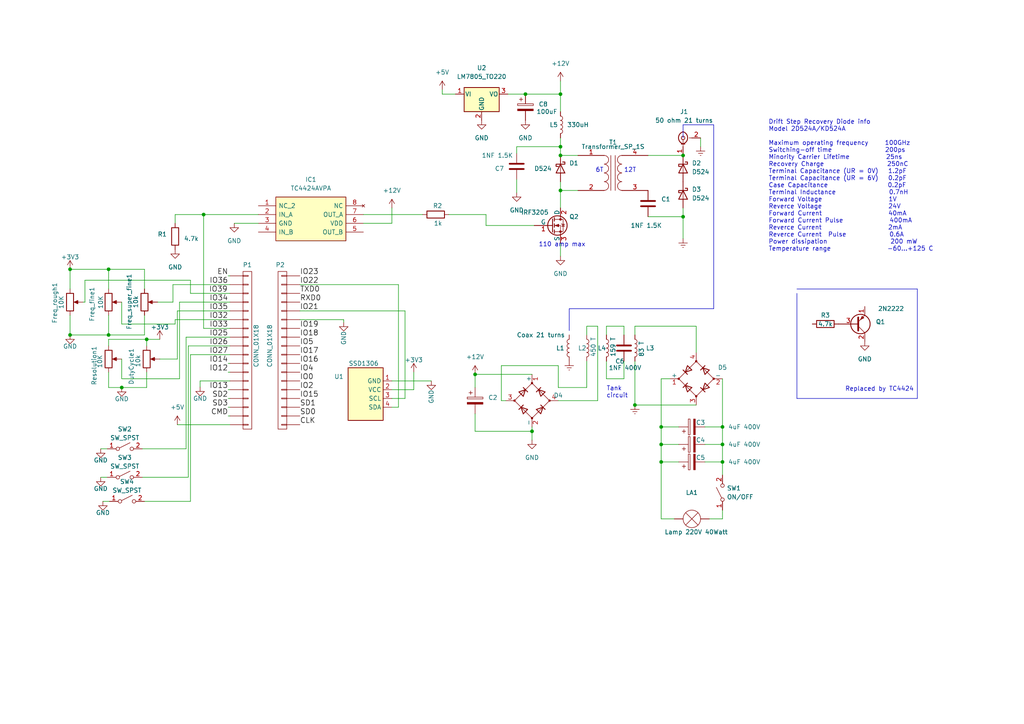
<source format=kicad_sch>
(kicad_sch (version 20220126) (generator eeschema)
  (paper "A4")
  (title_block (title "ZPE Atom controller") (date "2022-02-03") (rev "V0.9"))
  (lib_symbols
    (symbol "CONN_01X19_1" (pin_numbers hide) (pin_names (offset 1.016) hide)
      (property "Reference" "P1" (at 0 25.4 0))
      (property "Value" "CONN_01X19_1" (at 2.54 0 90))
      (symbol "CONN_01X19_1_0_1"
        (rectangle (start -1.27 -22.733) (end 0.254 -22.987))
        (rectangle (start -1.27 -20.193) (end 0.254 -20.447))
        (rectangle (start -1.27 -17.653) (end 0.254 -17.907))
        (rectangle (start -1.27 -15.113) (end 0.254 -15.367))
        (rectangle (start -1.27 -12.573) (end 0.254 -12.827))
        (rectangle (start -1.27 -10.033) (end 0.254 -10.287))
        (rectangle (start -1.27 -7.493) (end 0.254 -7.747))
        (rectangle (start -1.27 -4.953) (end 0.254 -5.207))
        (rectangle (start -1.27 -2.413) (end 0.254 -2.667))
        (rectangle (start -1.27 0.127) (end 0.254 -0.127))
        (rectangle (start -1.27 2.667) (end 0.254 2.413))
        (rectangle (start -1.27 5.207) (end 0.254 4.953))
        (rectangle (start -1.27 7.747) (end 0.254 7.493))
        (rectangle (start -1.27 10.287) (end 0.254 10.033))
        (rectangle (start -1.27 12.827) (end 0.254 12.573))
        (rectangle (start -1.27 15.367) (end 0.254 15.113))
        (rectangle (start -1.27 17.907) (end 0.254 17.653))
        (rectangle (start -1.27 20.447) (end 0.254 20.193))
        (rectangle (start -1.27 21.59) (end 1.27 -24.13))
      )
      (symbol "CONN_01X19_1_1_1"
        (pin passive line (at -5.08 0 0) (length 3.81) (name "P10") (number "10"))
        (pin passive line (at -5.08 -2.54 0) (length 3.81) (name "P11") (number "11"))
        (pin passive line (at -5.08 -5.08 0) (length 3.81) (name "P12") (number "12"))
        (pin passive line (at -5.08 -7.62 0) (length 3.81) (name "P13") (number "13"))
        (pin passive line (at -5.08 -10.16 0) (length 3.81) (name "P14") (number "14"))
        (pin passive line (at -5.08 -12.7 0) (length 3.81) (name "P15") (number "15"))
        (pin passive line (at -5.08 -15.24 0) (length 3.81) (name "P16") (number "16"))
        (pin passive line (at -5.08 -17.78 0) (length 3.81) (name "P17") (number "17"))
        (pin passive line (at -5.08 -20.32 0) (length 3.81) (name "P18") (number "18"))
        (pin passive line (at -5.08 -22.86 0) (length 3.81) (name "P19") (number "19"))
        (pin passive line (at -5.08 20.32 0) (length 3.81) (name "P2") (number "2"))
        (pin passive line (at -5.08 17.78 0) (length 3.81) (name "P3") (number "3"))
        (pin passive line (at -5.08 15.24 0) (length 3.81) (name "P4") (number "4"))
        (pin passive line (at -5.08 12.7 0) (length 3.81) (name "P5") (number "5"))
        (pin passive line (at -5.08 10.16 0) (length 3.81) (name "P6") (number "6"))
        (pin passive line (at -5.08 7.62 0) (length 3.81) (name "P7") (number "7"))
        (pin passive line (at -5.08 5.08 0) (length 3.81) (name "P8") (number "8"))
        (pin passive line (at -5.08 2.54 0) (length 3.81) (name "P9") (number "9"))
      )
    )
    (symbol "Connector:Conn_Coaxial" (pin_names (offset 1.016) hide)
      (property "Reference" "J" (at 0.254 3.048 0))
      (property "Value" "Conn_Coaxial" (at 2.921 0 90))
      (symbol "Conn_Coaxial_0_1"
        (arc (start -1.778 0.508) (mid -0.2906 -1.7799) (end 1.778 0) (stroke (width 0.254)))
        (polyline (pts (xy -2.54 0) (xy -0.508 0)))
        (polyline (pts (xy 0 -2.54) (xy 0 -1.778)))
        (circle (center 0 0) (radius 0.508) (stroke (width 0.2032)))
        (arc (start 1.778 0) (mid -0.2906 1.7802) (end -1.778 -0.508) (stroke (width 0.254)))
      )
      (symbol "Conn_Coaxial_1_1"
        (pin passive line (at -5.08 0 0) (length 2.54) (name "In") (number "1"))
        (pin passive line (at 0 -5.08 90) (length 2.54) (name "Ext") (number "2"))
      )
    )
    (symbol "Device:C" (pin_numbers hide) (pin_names (offset 0.254))
      (property "Reference" "C" (at 0.635 2.54 0))
      (property "Value" "C" (at 0.635 -2.54 0))
      (symbol "C_0_1"
        (polyline (pts (xy -2.032 -0.762) (xy 2.032 -0.762)) (stroke (width 0.508)))
        (polyline (pts (xy -2.032 0.762) (xy 2.032 0.762)) (stroke (width 0.508)))
      )
      (symbol "C_1_1"
        (pin passive line (at 0 3.81 270) (length 2.794) (name "~") (number "1"))
        (pin passive line (at 0 -3.81 90) (length 2.794) (name "~") (number "2"))
      )
    )
    (symbol "Device:C_Polarized" (pin_numbers hide) (pin_names (offset 0.254))
      (property "Reference" "C" (at 0.635 2.54 0))
      (property "Value" "C_Polarized" (at 0.635 -2.54 0))
      (symbol "C_Polarized_0_1"
        (rectangle (start -2.286 0.508) (end 2.286 1.016))
        (polyline (pts (xy -1.778 2.286) (xy -0.762 2.286)))
        (polyline (pts (xy -1.27 2.794) (xy -1.27 1.778)))
        (rectangle (start 2.286 -0.508) (end -2.286 -1.016) (fill (type outline)))
      )
      (symbol "C_Polarized_1_1"
        (pin passive line (at 0 3.81 270) (length 2.794) (name "~") (number "1"))
        (pin passive line (at 0 -3.81 90) (length 2.794) (name "~") (number "2"))
      )
    )
    (symbol "Device:D_Bridge_+-AA" (pin_names (offset 0))
      (property "Reference" "D" (at 2.54 6.985 0))
      (property "Value" "D_Bridge_+-AA" (at 2.54 5.08 0))
      (symbol "D_Bridge_+-AA_0_1"
        (circle (center -5.08 0) (radius 0.254) (fill (type outline)))
        (circle (center 0 -5.08) (radius 0.254) (fill (type outline)))
        (polyline (pts (xy -2.54 3.81) (xy -1.27 2.54)) (stroke (width 0.254)))
        (polyline (pts (xy -1.27 -2.54) (xy -2.54 -3.81)) (stroke (width 0.254)))
        (polyline (pts (xy 2.54 -1.27) (xy 3.81 -2.54)) (stroke (width 0.254)))
        (polyline (pts (xy 2.54 1.27) (xy 3.81 2.54)) (stroke (width 0.254)))
        (polyline (pts (xy -3.81 2.54) (xy -2.54 1.27) (xy -1.905 3.175) (xy -3.81 2.54)) (stroke (width 0.254)))
        (polyline (pts (xy -2.54 -1.27) (xy -3.81 -2.54) (xy -1.905 -3.175) (xy -2.54 -1.27)) (stroke (width 0.254)))
        (polyline (pts (xy 1.27 2.54) (xy 2.54 3.81) (xy 3.175 1.905) (xy 1.27 2.54)) (stroke (width 0.254)))
        (polyline (pts (xy 3.175 -1.905) (xy 1.27 -2.54) (xy 2.54 -3.81) (xy 3.175 -1.905)) (stroke (width 0.254)))
        (polyline (pts (xy -5.08 0) (xy 0 -5.08) (xy 5.08 0) (xy 0 5.08) (xy -5.08 0)))
        (circle (center 0 5.08) (radius 0.254) (fill (type outline)))
        (circle (center 5.08 0) (radius 0.254) (fill (type outline)))
      )
      (symbol "D_Bridge_+-AA_1_1"
        (pin passive line (at 7.62 0 180) (length 2.54) (name "+") (number "1"))
        (pin passive line (at -7.62 0 0) (length 2.54) (name "-") (number "2"))
        (pin passive line (at 0 7.62 270) (length 2.54) (name "~") (number "3"))
        (pin passive line (at 0 -7.62 90) (length 2.54) (name "~") (number "4"))
      )
    )
    (symbol "Device:L" (pin_numbers hide) (pin_names (offset 1.016) hide)
      (property "Reference" "L" (at -1.27 0 90))
      (property "Value" "L" (at 1.905 0 90))
      (symbol "L_0_1"
        (arc (start 0 -1.27) (mid -0.6322 -1.905) (end 0 -2.54))
        (arc (start 0 0) (mid -0.6322 -0.635) (end 0 -1.27))
        (arc (start 0 1.27) (mid -0.6322 0.635) (end 0 0))
        (arc (start 0 2.54) (mid -0.6322 1.905) (end 0 1.27))
      )
      (symbol "L_1_1"
        (pin passive line (at 0 3.81 270) (length 1.27) (name "1") (number "1"))
        (pin passive line (at 0 -3.81 90) (length 1.27) (name "2") (number "2"))
      )
    )
    (symbol "Device:Lamp" (pin_numbers hide) (pin_names (offset 0.0254) hide)
      (property "Reference" "LA" (at 0.635 3.81 0))
      (property "Value" "Lamp" (at 0.635 -3.81 0))
      (symbol "Lamp_0_1"
        (polyline (pts (xy -1.778 1.778) (xy 1.778 -1.778)))
        (polyline (pts (xy 1.778 1.778) (xy -1.778 -1.778)))
        (circle (center 0 0) (radius 2.54))
      )
      (symbol "Lamp_1_1"
        (pin passive line (at 0 -5.08 90) (length 2.54) (name "-") (number "1"))
        (pin passive line (at 0 5.08 270) (length 2.54) (name "+") (number "2"))
      )
    )
    (symbol "Device:Q_PNP_ECB" (pin_names (offset 0) hide)
      (property "Reference" "Q" (at 5.08 1.27 0))
      (property "Value" "Q_PNP_ECB" (at 5.08 -1.27 0))
      (symbol "Q_PNP_ECB_0_1"
        (polyline (pts (xy 0.635 0.635) (xy 2.54 2.54)))
        (polyline (pts (xy 0.635 -0.635) (xy 2.54 -2.54) (xy 2.54 -2.54)))
        (polyline (pts (xy 0.635 1.905) (xy 0.635 -1.905) (xy 0.635 -1.905)) (stroke (width 0.508)))
        (polyline (pts (xy 2.286 -1.778) (xy 1.778 -2.286) (xy 1.27 -1.27) (xy 2.286 -1.778) (xy 2.286 -1.778)) (fill (type outline)))
        (circle (center 1.27 0) (radius 2.8194) (stroke (width 0.254)))
      )
      (symbol "Q_PNP_ECB_1_1"
        (pin passive line (at 2.54 -5.08 90) (length 2.54) (name "E") (number "1"))
        (pin passive line (at 2.54 5.08 270) (length 2.54) (name "C") (number "2"))
        (pin input line (at -5.08 0 0) (length 5.715) (name "B") (number "3"))
      )
    )
    (symbol "Device:R" (pin_numbers hide) (pin_names (offset 0))
      (property "Reference" "R" (at 2.032 0 90))
      (property "Value" "R" (at 0 0 90))
      (symbol "R_0_1"
        (rectangle (start -1.016 -2.54) (end 1.016 2.54) (stroke (width 0.254)))
      )
      (symbol "R_1_1"
        (pin passive line (at 0 3.81 270) (length 1.27) (name "~") (number "1"))
        (pin passive line (at 0 -3.81 90) (length 1.27) (name "~") (number "2"))
      )
    )
    (symbol "Device:R_Potentiometer" (pin_numbers hide) (pin_names (offset 1.016) hide)
      (property "Reference" "RV" (at -4.445 0 90))
      (property "Value" "R_Potentiometer" (at -2.54 0 90))
      (symbol "R_Potentiometer_0_1"
        (polyline (pts (xy 2.54 0) (xy 1.524 0)))
        (polyline (pts (xy 1.143 0) (xy 2.286 0.508) (xy 2.286 -0.508) (xy 1.143 0)) (fill (type outline)))
        (rectangle (start 1.016 2.54) (end -1.016 -2.54) (stroke (width 0.254)))
      )
      (symbol "R_Potentiometer_1_1"
        (pin passive line (at 0 3.81 270) (length 1.27) (name "1") (number "1"))
        (pin passive line (at 3.81 0 180) (length 1.27) (name "2") (number "2"))
        (pin passive line (at 0 -3.81 90) (length 1.27) (name "3") (number "3"))
      )
    )
    (symbol "Device:Transformer_1P_1S" (pin_names (offset 1.016) hide)
      (property "Reference" "T" (at 0 6.35 0))
      (property "Value" "Transformer_1P_1S" (at 0 -7.62 0))
      (symbol "Transformer_1P_1S_0_1"
        (arc (start -2.54 -5.0546) (mid -1.6561 -4.6863) (end -1.27 -3.81))
        (arc (start -2.54 -2.5146) (mid -1.6561 -2.1463) (end -1.27 -1.27))
        (arc (start -2.54 0.0254) (mid -1.6561 0.3937) (end -1.27 1.27))
        (arc (start -2.54 2.5654) (mid -1.6561 2.9337) (end -1.27 3.81))
        (arc (start -1.27 -3.81) (mid -1.642 -2.912) (end -2.54 -2.54))
        (arc (start -1.27 -1.27) (mid -1.642 -0.372) (end -2.54 0))
        (arc (start -1.27 1.27) (mid -1.642 2.168) (end -2.54 2.54))
        (arc (start -1.27 3.81) (mid -1.642 4.708) (end -2.54 5.08))
        (polyline (pts (xy -0.635 5.08) (xy -0.635 -5.08)))
        (polyline (pts (xy 0.635 -5.08) (xy 0.635 5.08)))
        (arc (start 1.2954 -1.27) (mid 1.6599 -2.1501) (end 2.54 -2.5146))
        (arc (start 1.2954 1.27) (mid 1.6599 0.3899) (end 2.54 0.0254))
        (arc (start 1.2954 3.81) (mid 1.6599 2.9299) (end 2.54 2.5654))
        (arc (start 1.3208 -3.81) (mid 1.6853 -4.6901) (end 2.5654 -5.0546))
        (arc (start 2.54 0) (mid 1.6456 -0.3683) (end 1.2954 -1.27))
        (arc (start 2.54 2.54) (mid 1.6456 2.1717) (end 1.2954 1.27))
        (arc (start 2.54 5.08) (mid 1.6456 4.7117) (end 1.2954 3.81))
        (arc (start 2.5654 -2.54) (mid 1.671 -2.9083) (end 1.3208 -3.81))
      )
      (symbol "Transformer_1P_1S_1_1"
        (pin passive line (at -10.16 5.08 0) (length 7.62) (name "AA") (number "1"))
        (pin passive line (at -10.16 -5.08 0) (length 7.62) (name "AB") (number "2"))
        (pin passive line (at 10.16 -5.08 180) (length 7.62) (name "SA") (number "3"))
        (pin passive line (at 10.16 5.08 180) (length 7.62) (name "SB") (number "4"))
      )
    )
    (symbol "Diode:1N5711UR" (pin_numbers hide) (pin_names (offset 1.016) hide)
      (property "Reference" "D" (at 0 2.54 0))
      (property "Value" "1N5711UR" (at 0 -2.54 0))
      (symbol "1N5711UR_0_1"
        (polyline (pts (xy 1.27 0) (xy -1.27 0)))
        (polyline (pts (xy 1.27 1.27) (xy 1.27 -1.27) (xy -1.27 0) (xy 1.27 1.27)) (stroke (width 0.254)))
        (polyline (pts (xy -1.905 0.635) (xy -1.905 1.27) (xy -1.27 1.27) (xy -1.27 -1.27) (xy -0.635 -1.27) (xy -0.635 -0.635)) (stroke (width 0.254)))
      )
      (symbol "1N5711UR_1_1"
        (pin passive line (at -3.81 0 0) (length 2.54) (name "K") (number "1"))
        (pin passive line (at 3.81 0 180) (length 2.54) (name "A") (number "2"))
      )
    )
    (symbol "Hornbill-Devboard-rescue:+3.3V" (power) (pin_names (offset 0))
      (property "Value" "+3.3V" (at 0 3.556 0))
      (symbol "+3.3V_0_1"
        (polyline (pts (xy -0.762 1.27) (xy 0 2.54)))
        (polyline (pts (xy 0 0) (xy 0 2.54)))
        (polyline (pts (xy 0 2.54) (xy 0.762 1.27)))
      )
      (symbol "+3.3V_1_1"
        (pin power_in line (at 0 0 90) (length 0) hide (name "+3V3") (number "1"))
      )
    )
    (symbol "Hornbill-Devboard-rescue:CONN_01X19" (pin_numbers hide) (pin_names (offset 1.016) hide)
      (property "Reference" "P2" (at 0 24.13 0))
      (property "Value" "CONN_01X19" (at -2.54 0 90))
      (symbol "CONN_01X19_0_1"
        (rectangle (start -1.27 -22.733) (end 0.254 -22.987))
        (rectangle (start -1.27 -20.193) (end 0.254 -20.447))
        (rectangle (start -1.27 -17.653) (end 0.254 -17.907))
        (rectangle (start -1.27 -15.113) (end 0.254 -15.367))
        (rectangle (start -1.27 -12.573) (end 0.254 -12.827))
        (rectangle (start -1.27 -10.033) (end 0.254 -10.287))
        (rectangle (start -1.27 -7.493) (end 0.254 -7.747))
        (rectangle (start -1.27 -4.953) (end 0.254 -5.207))
        (rectangle (start -1.27 -2.413) (end 0.254 -2.667))
        (rectangle (start -1.27 0.127) (end 0.254 -0.127))
        (rectangle (start -1.27 2.667) (end 0.254 2.413))
        (rectangle (start -1.27 5.207) (end 0.254 4.953))
        (rectangle (start -1.27 7.747) (end 0.254 7.493))
        (rectangle (start -1.27 10.287) (end 0.254 10.033))
        (rectangle (start -1.27 12.827) (end 0.254 12.573))
        (rectangle (start -1.27 15.367) (end 0.254 15.113))
        (rectangle (start -1.27 17.907) (end 0.254 17.653))
        (rectangle (start -1.27 20.447) (end 0.254 20.193))
        (rectangle (start -1.27 21.59) (end 1.27 -24.13))
      )
      (symbol "CONN_01X19_1_1"
        (pin passive line (at -5.08 0 0) (length 3.81) (name "P10") (number "10"))
        (pin passive line (at -5.08 -2.54 0) (length 3.81) (name "P11") (number "11"))
        (pin passive line (at -5.08 -5.08 0) (length 3.81) (name "P12") (number "12"))
        (pin passive line (at -5.08 -7.62 0) (length 3.81) (name "P13") (number "13"))
        (pin passive line (at -5.08 -10.16 0) (length 3.81) (name "P14") (number "14"))
        (pin passive line (at -5.08 -12.7 0) (length 3.81) (name "P15") (number "15"))
        (pin passive line (at -5.08 -15.24 0) (length 3.81) (name "P16") (number "16"))
        (pin passive line (at -5.08 -17.78 0) (length 3.81) (name "P17") (number "17"))
        (pin passive line (at -5.08 -20.32 0) (length 3.81) (name "P18") (number "18"))
        (pin passive line (at -5.08 -22.86 0) (length 3.81) (name "P19") (number "19"))
        (pin passive line (at -5.08 20.32 0) (length 3.81) (name "P2") (number "2"))
        (pin passive line (at -5.08 17.78 0) (length 3.81) (name "P3") (number "3"))
        (pin passive line (at -5.08 15.24 0) (length 3.81) (name "P4") (number "4"))
        (pin passive line (at -5.08 12.7 0) (length 3.81) (name "P5") (number "5"))
        (pin passive line (at -5.08 10.16 0) (length 3.81) (name "P6") (number "6"))
        (pin passive line (at -5.08 7.62 0) (length 3.81) (name "P7") (number "7"))
        (pin passive line (at -5.08 5.08 0) (length 3.81) (name "P8") (number "8"))
        (pin passive line (at -5.08 2.54 0) (length 3.81) (name "P9") (number "9"))
      )
    )
    (symbol "Hornbill-Devboard-rescue:GND" (power) (pin_names (offset 0))
      (property "Value" "GND" (at 0 -3.81 0))
      (symbol "GND_0_1"
        (polyline (pts (xy 0 0) (xy 0 -1.27) (xy 1.27 -1.27) (xy 0 -2.54) (xy -1.27 -1.27) (xy 0 -1.27)))
      )
      (symbol "GND_1_1"
        (pin power_in line (at 0 0 270) (length 0) hide (name "GND") (number "1"))
      )
    )
    (symbol "L_1" (pin_numbers hide) (pin_names (offset 1.016) hide)
      (property "Reference" "L" (at -1.27 0 90))
      (property "Value" "L_1" (at 1.905 0 90))
      (symbol "L_1_0_1"
        (arc (start 0 -2.54) (mid 0.6322 -1.905) (end 0 -1.27))
        (arc (start 0 -1.27) (mid 0.6322 -0.635) (end 0 0))
        (arc (start 0 0) (mid 0.6322 0.635) (end 0 1.27))
        (arc (start 0 1.27) (mid 0.6322 1.905) (end 0 2.54))
      )
      (symbol "L_1_1_1"
        (pin passive line (at 0 3.81 270) (length 1.27) (name "1") (number "1"))
        (pin passive line (at 0 -3.81 90) (length 1.27) (name "2") (number "2"))
      )
    )
    (symbol "Memory_EEPROM:24AA02-OT"
      (property "Reference" "U?" (at -6.35 5.08 0))
      (property "Value" "SSD1306" (at 3.81 8.89 0))
      (symbol "24AA02-OT_1_1"
        (rectangle (start -5.08 -7.62) (end 5.08 7.62) (stroke (width 0.254)) (fill (type background)))
        (pin power_in line (at 7.62 3.81 180) (length 2.54) (name "GND") (number "1"))
        (pin power_in line (at 7.62 1.27 180) (length 2.54) (name "VCC") (number "2"))
        (pin input line (at 7.62 -1.27 180) (length 2.54) (name "SCL") (number "3"))
        (pin bidirectional line (at 7.62 -3.81 180) (length 2.54) (name "SDA") (number "4"))
        (pin no_connect line (at 7.62 -2.54 180) (length 2.54) hide (name "NC") (number "5"))
      )
    )
    (symbol "R_Potentiometer_1" (pin_numbers hide) (pin_names (offset 1.016) hide)
      (property "Reference" "RV" (at -4.445 0 90))
      (property "Value" "R_Potentiometer_1" (at -2.54 0 90))
      (symbol "R_Potentiometer_1_0_1"
        (polyline (pts (xy 2.54 0) (xy 1.524 0)))
        (polyline (pts (xy 1.143 0) (xy 2.286 0.508) (xy 2.286 -0.508) (xy 1.143 0)) (fill (type outline)))
        (rectangle (start 1.016 2.54) (end -1.016 -2.54) (stroke (width 0.254)))
      )
      (symbol "R_Potentiometer_1_1_1"
        (pin passive line (at 0 3.81 270) (length 1.27) (name "1") (number "1"))
        (pin passive line (at 3.81 0 180) (length 1.27) (name "2") (number "2"))
        (pin passive line (at 0 -3.81 90) (length 1.27) (name "3") (number "3"))
      )
    )
    (symbol "R_Potentiometer_2" (pin_numbers hide) (pin_names (offset 1.016) hide)
      (property "Reference" "RV" (at -4.445 0 90))
      (property "Value" "R_Potentiometer_2" (at -2.54 0 90))
      (symbol "R_Potentiometer_2_0_1"
        (polyline (pts (xy 2.54 0) (xy 1.524 0)))
        (polyline (pts (xy 1.143 0) (xy 2.286 0.508) (xy 2.286 -0.508) (xy 1.143 0)) (fill (type outline)))
        (rectangle (start 1.016 2.54) (end -1.016 -2.54) (stroke (width 0.254)))
      )
      (symbol "R_Potentiometer_2_1_1"
        (pin passive line (at 0 3.81 270) (length 1.27) (name "1") (number "1"))
        (pin passive line (at 3.81 0 180) (length 1.27) (name "2") (number "2"))
        (pin passive line (at 0 -3.81 90) (length 1.27) (name "3") (number "3"))
      )
    )
    (symbol "R_Potentiometer_3" (pin_numbers hide) (pin_names (offset 1.016) hide)
      (property "Reference" "RV" (at -4.445 0 90))
      (property "Value" "R_Potentiometer_3" (at -2.54 0 90))
      (symbol "R_Potentiometer_3_0_1"
        (polyline (pts (xy 2.54 0) (xy 1.524 0)))
        (polyline (pts (xy 1.143 0) (xy 2.286 0.508) (xy 2.286 -0.508) (xy 1.143 0)) (fill (type outline)))
        (rectangle (start 1.016 2.54) (end -1.016 -2.54) (stroke (width 0.254)))
      )
      (symbol "R_Potentiometer_3_1_1"
        (pin passive line (at 0 3.81 270) (length 1.27) (name "1") (number "1"))
        (pin passive line (at 3.81 0 180) (length 1.27) (name "2") (number "2"))
        (pin passive line (at 0 -3.81 90) (length 1.27) (name "3") (number "3"))
      )
    )
    (symbol "R_Potentiometer_4" (pin_numbers hide) (pin_names (offset 1.016) hide)
      (property "Reference" "RV" (at -4.445 0 90))
      (property "Value" "R_Potentiometer_4" (at -2.54 0 90))
      (symbol "R_Potentiometer_4_0_1"
        (polyline (pts (xy 2.54 0) (xy 1.524 0)))
        (polyline (pts (xy 1.143 0) (xy 2.286 0.508) (xy 2.286 -0.508) (xy 1.143 0)) (fill (type outline)))
        (rectangle (start 1.016 2.54) (end -1.016 -2.54) (stroke (width 0.254)))
      )
      (symbol "R_Potentiometer_4_1_1"
        (pin passive line (at 0 3.81 270) (length 1.27) (name "1") (number "1"))
        (pin passive line (at 3.81 0 180) (length 1.27) (name "2") (number "2"))
        (pin passive line (at 0 -3.81 90) (length 1.27) (name "3") (number "3"))
      )
    )
    (symbol "Regulator_Linear:LM7805_TO220" (pin_names (offset 0.254))
      (property "Reference" "U" (at -3.81 3.175 0))
      (property "Value" "LM7805_TO220" (at 0 3.175 0))
      (symbol "LM7805_TO220_0_1"
        (rectangle (start -5.08 1.905) (end 5.08 -5.08) (stroke (width 0.254)) (fill (type background)))
      )
      (symbol "LM7805_TO220_1_1"
        (pin power_in line (at -7.62 0 0) (length 2.54) (name "VI") (number "1"))
        (pin power_in line (at 0 -7.62 90) (length 2.54) (name "GND") (number "2"))
        (pin power_out line (at 7.62 0 180) (length 2.54) (name "VO") (number "3"))
      )
    )
    (symbol "Switch:SW_SPST" (pin_names (offset 0) hide)
      (property "Reference" "SW" (at 0 3.175 0))
      (property "Value" "SW_SPST" (at 0 -2.54 0))
      (symbol "SW_SPST_0_0"
        (circle (center -2.032 0) (radius 0.508))
        (polyline (pts (xy -1.524 0.254) (xy 1.524 1.778)))
        (circle (center 2.032 0) (radius 0.508))
      )
      (symbol "SW_SPST_1_1"
        (pin passive line (at -5.08 0 0) (length 2.54) (name "A") (number "1"))
        (pin passive line (at 5.08 0 180) (length 2.54) (name "B") (number "2"))
      )
    )
    (symbol "TC4424AVPA:TC4424AVPA" (pin_names (offset 0.762))
      (property "Reference" "IC1" (at 15.24 7.62 0))
      (property "Value" "TC4424AVPA" (at 15.24 5.08 0))
      (symbol "TC4424AVPA_0_0"
        (pin passive line (at 0 0 0) (length 5.08) (name "NC_2") (number "1"))
        (pin passive line (at 0 -2.54 0) (length 5.08) (name "IN_A") (number "2"))
        (pin passive line (at 0 -5.08 0) (length 5.08) (name "GND") (number "3"))
        (pin passive line (at 0 -7.62 0) (length 5.08) (name "IN_B") (number "4"))
        (pin passive line (at 30.48 -7.62 180) (length 5.08) (name "OUT_B") (number "5"))
        (pin passive line (at 30.48 -5.08 180) (length 5.08) (name "VDD") (number "6"))
        (pin passive line (at 30.48 -2.54 180) (length 5.08) (name "OUT_A") (number "7"))
        (pin no_connect line (at 30.48 0 180) (length 5.08) (name "NC") (number "8"))
      )
      (symbol "TC4424AVPA_0_1"
        (polyline (pts (xy 5.08 2.54) (xy 25.4 2.54) (xy 25.4 -10.16) (xy 5.08 -10.16) (xy 5.08 2.54)) (stroke (width 0.1524)))
        (rectangle (start 5.08 2.54) (end 25.4 -10.16) (fill (type color) (color 255 255 194 1)))
      )
    )
    (symbol "ZPE-test-3-rescue:BUZ11-Transistor" (pin_names (offset 0))
      (property "Reference" "Q" (at 6.35 1.905 0))
      (property "Value" "BUZ11-Transistor" (at 6.35 0 0))
      (symbol "BUZ11-Transistor_0_1"
        (polyline (pts (xy 0.762 -1.778) (xy 2.54 -1.778)))
        (polyline (pts (xy 0.762 -1.27) (xy 0.762 -2.286)) (stroke (width 0.254)))
        (polyline (pts (xy 0.762 0) (xy 2.54 0)))
        (polyline (pts (xy 0.762 0.508) (xy 0.762 -0.508)) (stroke (width 0.254)))
        (polyline (pts (xy 0.762 1.778) (xy 2.54 1.778)))
        (polyline (pts (xy 0.762 2.286) (xy 0.762 1.27)) (stroke (width 0.254)))
        (polyline (pts (xy 2.54 -1.778) (xy 2.54 -2.54)))
        (polyline (pts (xy 2.54 -1.778) (xy 2.54 0)))
        (polyline (pts (xy 2.54 2.54) (xy 2.54 1.778)))
        (polyline (pts (xy 0.254 1.905) (xy 0.254 -1.905) (xy 0.254 -1.905)) (stroke (width 0.254)))
        (polyline (pts (xy 1.016 0) (xy 2.032 0.381) (xy 2.032 -0.381) (xy 1.016 0)) (fill (type outline)))
        (polyline (pts (xy 2.54 -1.778) (xy 3.302 -1.778) (xy 3.302 1.778) (xy 2.54 1.778)))
        (polyline (pts (xy 2.794 0.508) (xy 2.921 0.381) (xy 3.683 0.381) (xy 3.81 0.254)))
        (polyline (pts (xy 3.302 0.381) (xy 2.921 -0.254) (xy 3.683 -0.254) (xy 3.302 0.381)))
        (circle (center 1.651 0) (radius 2.8194) (stroke (width 0.254)))
        (circle (center 2.54 -1.778) (radius 0.2794) (fill (type outline)))
        (circle (center 2.54 1.778) (radius 0.2794) (fill (type outline)))
      )
      (symbol "BUZ11-Transistor_1_1"
        (pin input line (at -5.08 0 0) (length 5.334) (name "G") (number "1"))
        (pin passive line (at 2.54 5.08 270) (length 2.54) (name "D") (number "2"))
        (pin passive line (at 2.54 -5.08 90) (length 2.54) (name "S") (number "3"))
      )
    )
    (symbol "ZPE-test-3-small-board-only-rescue:R-device" (pin_numbers hide) (pin_names (offset 0))
      (property "Reference" "R" (at 2.032 0 90))
      (property "Value" "R-device" (at 0 0 90))
      (symbol "R-device_0_1"
        (rectangle (start -1.016 -2.54) (end 1.016 2.54) (stroke (width 0.254)))
      )
      (symbol "R-device_1_1"
        (pin passive line (at 0 3.81 270) (length 1.27) (name "~") (number "1"))
        (pin passive line (at 0 -3.81 90) (length 1.27) (name "~") (number "2"))
      )
    )
    (symbol "power:+12V" (power) (pin_names (offset 0))
      (property "Value" "+12V" (at 0 3.556 0))
      (symbol "+12V_0_1"
        (polyline (pts (xy -0.762 1.27) (xy 0 2.54)))
        (polyline (pts (xy 0 0) (xy 0 2.54)))
        (polyline (pts (xy 0 2.54) (xy 0.762 1.27)))
      )
      (symbol "+12V_1_1"
        (pin power_in line (at 0 0 90) (length 0) hide (name "+12V") (number "1"))
      )
    )
    (symbol "power:+5V" (power) (pin_names (offset 0))
      (property "Value" "+5V" (at 0 3.556 0))
      (symbol "+5V_0_1"
        (polyline (pts (xy -0.762 1.27) (xy 0 2.54)))
        (polyline (pts (xy 0 0) (xy 0 2.54)))
        (polyline (pts (xy 0 2.54) (xy 0.762 1.27)))
      )
      (symbol "+5V_1_1"
        (pin power_in line (at 0 0 90) (length 0) hide (name "+5V") (number "1"))
      )
    )
    (symbol "power:Earth" (power) (pin_names (offset 0))
      (symbol "Earth_0_1"
        (polyline (pts (xy -0.635 -1.905) (xy 0.635 -1.905)))
        (polyline (pts (xy -0.127 -2.54) (xy 0.127 -2.54)))
        (polyline (pts (xy 0 -1.27) (xy 0 0)))
        (polyline (pts (xy 1.27 -1.27) (xy -1.27 -1.27)))
      )
      (symbol "Earth_1_1"
        (pin power_in line (at 0 0 270) (length 0) hide (name "Earth") (number "1"))
      )
    )
    (symbol "power:GND" (power) (pin_names (offset 0))
      (property "Value" "GND" (at 0 -3.81 0))
      (symbol "GND_0_1"
        (polyline (pts (xy 0 0) (xy 0 -1.27) (xy 1.27 -1.27) (xy 0 -2.54) (xy -1.27 -1.27) (xy 0 -1.27)))
      )
      (symbol "GND_1_1"
        (pin power_in line (at 0 0 270) (length 0) hide (name "GND") (number "1"))
      )
    )
  )
  (junction (at 184.15 117.475))
  (junction (at 191.77 133.985))
  (junction (at 42.545 98.425))
  (junction (at 209.55 133.985))
  (junction (at 162.56 55.245))
  (junction (at 31.496 97.155))
  (junction (at 152.4 27.305))
  (junction (at 198.12 45.085))
  (junction (at 20.32 97.155))
  (junction (at 35.306 112.395))
  (junction (at 59.055 62.23))
  (junction (at 154.305 125.095))
  (junction (at 31.496 78.105))
  (junction (at 137.795 108.585))
  (junction (at 209.55 123.825))
  (junction (at 191.77 128.905))
  (junction (at 162.56 45.085))
  (junction (at 162.56 42.545))
  (junction (at 20.32 78.105))
  (junction (at 191.77 123.825))
  (junction (at 209.55 128.905))
  (junction (at 162.56 27.305))
  (junction (at 198.12 62.865))
  (wire (pts (xy 161.925 112.395) (xy 161.925 106.045)))
  (wire (pts (xy 52.07 87.63) (xy 52.07 109.855)))
  (wire (pts (xy 42.545 107.95) (xy 42.545 112.395)))
  (wire (pts (xy 203.2 40.005) (xy 203.2 42.545)))
  (wire (pts (xy 50.8 64.77) (xy 50.8 62.23)))
  (wire (pts (xy 170.18 94.615) (xy 170.18 97.155)))
  (wire (pts (xy 29.21 130.175) (xy 31.115 130.175)))
  (wire (pts (xy 175.895 109.855) (xy 180.975 109.855)))
  (wire (pts (xy 24.13 87.63) (xy 24.638 87.63)))
  (wire (pts (xy 191.77 109.855) (xy 191.77 123.825)))
  (wire (pts (xy 50.8 92.71) (xy 66.675 92.71)))
  (wire (pts (xy 161.925 106.045) (xy 145.415 106.045)))
  (wire (pts (xy 115.57 82.55) (xy 115.57 118.11)))
  (wire (pts (xy 145.415 106.045) (xy 145.415 116.205)))
  (wire (pts (xy 59.055 95.25) (xy 66.675 95.25)))
  (wire (pts (xy 120.015 107.95) (xy 120.015 113.03)))
  (wire (pts (xy 204.47 123.825) (xy 209.55 123.825)))
  (wire (pts (xy 115.57 118.11) (xy 113.665 118.11)))
  (wire (pts (xy 170.18 94.615) (xy 173.355 94.615)))
  (wire (pts (xy 162.56 27.305) (xy 162.56 32.385)))
  (wire (pts (xy 137.795 108.585) (xy 137.795 112.395)))
  (wire (pts (xy 209.55 147.955) (xy 209.55 150.495)))
  (wire (pts (xy 149.86 55.88) (xy 149.86 52.07)))
  (wire (pts (xy 41.91 97.155) (xy 31.496 97.155)))
  (wire (pts (xy 113.665 110.49) (xy 125.095 110.49)))
  (wire (pts (xy 41.275 138.43) (xy 54.61 138.43)))
  (wire (pts (xy 196.85 133.985) (xy 191.77 133.985)))
  (wire (pts (xy 67.945 64.77) (xy 74.93 64.77)))
  (wire (pts (xy 196.85 128.905) (xy 191.77 128.905)))
  (wire (pts (xy 86.995 92.71) (xy 99.695 92.71)))
  (wire (pts (xy 35.306 93.98) (xy 50.8 93.98)))
  (wire (pts (xy 205.74 150.495) (xy 209.55 150.495)))
  (wire (pts (xy 50.8 92.71) (xy 50.8 93.98)))
  (wire (pts (xy 31.496 91.44) (xy 31.496 97.155)))
  (wire (pts (xy 86.995 90.17) (xy 117.475 90.17)))
  (wire (pts (xy 20.32 91.44) (xy 20.32 97.155)))
  (wire (pts (xy 55.245 85.09) (xy 66.675 85.09)))
  (polyline (pts (xy 266.065 83.82) (xy 266.065 115.57)))
  (wire (pts (xy 20.32 78.105) (xy 31.496 78.105)))
  (wire (pts (xy 41.91 78.105) (xy 31.496 78.105)))
  (wire (pts (xy 99.695 92.71) (xy 99.695 93.472)))
  (wire (pts (xy 191.77 133.985) (xy 191.77 128.905)))
  (wire (pts (xy 53.975 97.79) (xy 66.675 97.79)))
  (wire (pts (xy 162.56 42.545) (xy 162.56 45.085)))
  (wire (pts (xy 191.77 150.495) (xy 191.77 133.985)))
  (wire (pts (xy 55.245 81.28) (xy 55.245 85.09)))
  (wire (pts (xy 184.15 94.615) (xy 184.15 97.155)))
  (wire (pts (xy 35.306 112.395) (xy 31.496 112.395)))
  (wire (pts (xy 46.355 98.425) (xy 42.545 98.425)))
  (wire (pts (xy 162.56 55.245) (xy 167.64 55.245)))
  (wire (pts (xy 31.496 112.395) (xy 31.496 107.95)))
  (wire (pts (xy 24.638 87.63) (xy 24.638 81.28)))
  (wire (pts (xy 29.21 138.43) (xy 31.115 138.43)))
  (wire (pts (xy 51.435 123.19) (xy 66.675 123.19)))
  (wire (pts (xy 170.18 112.395) (xy 161.925 112.395)))
  (polyline (pts (xy 198.12 36.195) (xy 207.01 36.195)))
  (wire (pts (xy 58.039 110.49) (xy 66.675 110.49)))
  (wire (pts (xy 132.08 27.305) (xy 128.27 27.305)))
  (wire (pts (xy 162.56 52.705) (xy 162.56 55.245)))
  (wire (pts (xy 66.675 120.65) (xy 66.167 120.65)))
  (wire (pts (xy 187.96 62.865) (xy 198.12 62.865)))
  (wire (pts (xy 54.61 138.43) (xy 54.61 100.33)))
  (wire (pts (xy 55.245 145.415) (xy 55.245 102.87)))
  (wire (pts (xy 41.91 91.44) (xy 41.91 97.155)))
  (wire (pts (xy 66.675 115.57) (xy 66.167 115.57)))
  (wire (pts (xy 58.039 110.49) (xy 58.039 112.268)))
  (wire (pts (xy 149.86 42.545) (xy 162.56 42.545)))
  (wire (pts (xy 140.97 65.405) (xy 154.94 65.405)))
  (wire (pts (xy 137.795 125.095) (xy 154.305 125.095)))
  (wire (pts (xy 198.12 62.865) (xy 198.12 69.215)))
  (wire (pts (xy 50.165 87.63) (xy 45.72 87.63)))
  (wire (pts (xy 195.58 150.495) (xy 191.77 150.495)))
  (wire (pts (xy 42.545 112.395) (xy 35.306 112.395)))
  (wire (pts (xy 170.18 104.775) (xy 170.18 112.395)))
  (polyline (pts (xy 231.14 83.82) (xy 266.065 83.82)))
  (wire (pts (xy 35.306 104.14) (xy 35.306 109.855)))
  (wire (pts (xy 46.355 104.14) (xy 51.435 104.14)))
  (wire (pts (xy 161.925 116.205) (xy 173.355 116.205)))
  (polyline (pts (xy 165.1 89.535) (xy 165.1 95.885)))
  (wire (pts (xy 180.975 94.615) (xy 180.975 97.155)))
  (wire (pts (xy 191.77 123.825) (xy 196.85 123.825)))
  (wire (pts (xy 137.795 108.585) (xy 154.305 108.585)))
  (wire (pts (xy 140.97 62.23) (xy 140.97 65.405)))
  (wire (pts (xy 209.55 133.985) (xy 209.55 128.905)))
  (wire (pts (xy 187.96 45.085) (xy 198.12 45.085)))
  (wire (pts (xy 128.27 27.305) (xy 128.27 26.035)))
  (wire (pts (xy 191.77 128.905) (xy 191.77 123.825)))
  (wire (pts (xy 86.995 82.55) (xy 115.57 82.55)))
  (wire (pts (xy 198.12 62.865) (xy 198.12 60.325)))
  (wire (pts (xy 59.055 62.23) (xy 59.055 95.25)))
  (wire (pts (xy 51.435 90.17) (xy 66.675 90.17)))
  (wire (pts (xy 113.665 115.57) (xy 117.475 115.57)))
  (wire (pts (xy 145.415 116.205) (xy 146.685 116.205)))
  (wire (pts (xy 55.245 102.87) (xy 66.675 102.87)))
  (wire (pts (xy 162.56 70.485) (xy 162.56 74.295)))
  (wire (pts (xy 66.675 107.95) (xy 66.167 107.95)))
  (wire (pts (xy 162.56 23.495) (xy 162.56 27.305)))
  (wire (pts (xy 149.86 44.45) (xy 149.86 42.545)))
  (wire (pts (xy 50.165 82.55) (xy 50.165 87.63)))
  (wire (pts (xy 162.56 40.005) (xy 162.56 42.545)))
  (wire (pts (xy 42.545 98.425) (xy 42.545 100.33)))
  (wire (pts (xy 130.175 62.23) (xy 140.97 62.23)))
  (wire (pts (xy 154.305 123.825) (xy 154.305 125.095)))
  (wire (pts (xy 147.32 27.305) (xy 152.4 27.305)))
  (wire (pts (xy 175.895 94.615) (xy 180.975 94.615)))
  (wire (pts (xy 204.47 128.905) (xy 209.55 128.905)))
  (wire (pts (xy 162.56 45.085) (xy 167.64 45.085)))
  (wire (pts (xy 66.675 105.41) (xy 66.167 105.41)))
  (wire (pts (xy 209.55 128.905) (xy 209.55 123.825)))
  (wire (pts (xy 117.475 115.57) (xy 117.475 90.17)))
  (wire (pts (xy 137.795 120.015) (xy 137.795 125.095)))
  (wire (pts (xy 41.275 130.175) (xy 53.975 130.175)))
  (wire (pts (xy 74.93 62.23) (xy 59.055 62.23)))
  (wire (pts (xy 204.47 133.985) (xy 209.55 133.985)))
  (wire (pts (xy 31.496 100.33) (xy 31.496 98.425)))
  (wire (pts (xy 209.55 109.855) (xy 209.55 123.825)))
  (wire (pts (xy 31.496 98.425) (xy 42.545 98.425)))
  (wire (pts (xy 184.15 117.475) (xy 201.93 117.475)))
  (wire (pts (xy 113.665 64.77) (xy 113.665 60.325)))
  (wire (pts (xy 180.975 109.855) (xy 180.975 104.775)))
  (polyline (pts (xy 207.01 89.535) (xy 165.1 89.535)))
  (wire (pts (xy 201.93 94.615) (xy 201.93 102.235)))
  (wire (pts (xy 66.675 118.11) (xy 66.167 118.11)))
  (wire (pts (xy 175.895 97.155) (xy 175.895 94.615)))
  (wire (pts (xy 175.895 104.775) (xy 175.895 109.855)))
  (polyline (pts (xy 198.12 40.005) (xy 198.12 36.195)))
  (polyline (pts (xy 266.065 115.57) (xy 231.14 115.57)))
  (wire (pts (xy 209.55 133.985) (xy 209.55 137.795)))
  (wire (pts (xy 162.56 55.245) (xy 162.56 60.325)))
  (wire (pts (xy 173.355 94.615) (xy 173.355 116.205)))
  (wire (pts (xy 24.638 81.28) (xy 55.245 81.28)))
  (wire (pts (xy 52.07 87.63) (xy 66.675 87.63)))
  (wire (pts (xy 31.496 78.105) (xy 31.496 83.82)))
  (wire (pts (xy 105.41 64.77) (xy 113.665 64.77)))
  (wire (pts (xy 113.665 113.03) (xy 120.015 113.03)))
  (wire (pts (xy 20.32 83.82) (xy 20.32 78.105)))
  (wire (pts (xy 35.306 87.63) (xy 35.306 93.98)))
  (polyline (pts (xy 207.01 36.195) (xy 207.01 89.535)))
  (polyline (pts (xy 231.14 85.09) (xy 231.14 115.57)))
  (wire (pts (xy 35.306 109.855) (xy 52.07 109.855)))
  (wire (pts (xy 29.845 145.415) (xy 31.75 145.415)))
  (wire (pts (xy 54.61 100.33) (xy 66.675 100.33)))
  (wire (pts (xy 194.31 109.855) (xy 191.77 109.855)))
  (wire (pts (xy 41.91 83.82) (xy 41.91 78.105)))
  (wire (pts (xy 105.41 62.23) (xy 122.555 62.23)))
  (wire (pts (xy 66.675 80.01) (xy 66.167 80.01)))
  (wire (pts (xy 51.435 90.17) (xy 51.435 104.14)))
  (wire (pts (xy 184.15 94.615) (xy 201.93 94.615)))
  (wire (pts (xy 20.32 97.155) (xy 31.496 97.155)))
  (wire (pts (xy 152.4 27.305) (xy 162.56 27.305)))
  (wire (pts (xy 50.8 62.23) (xy 59.055 62.23)))
  (wire (pts (xy 53.975 130.175) (xy 53.975 97.79)))
  (wire (pts (xy 184.15 117.475) (xy 184.15 104.775)))
  (wire (pts (xy 41.91 145.415) (xy 55.245 145.415)))
  (wire (pts (xy 66.675 82.55) (xy 50.165 82.55)))
  (wire (pts (xy 66.675 113.03) (xy 66.167 113.03)))
  (wire (pts (xy 154.305 125.095) (xy 154.305 127.635)))
  (text "2022-01-04\n\nIdea:\nChange the trafo with a active component \nwith coil to push up the voltage.\n\nsee 07564456.pdf for details or at \nhttps://www.researchgate.net/publication/308046728_Characterization_of_a_Drift-Step-Recovery_Diode_Based_on_All_Epi-Si_Growth\n\nor \nhttp://viy.com.ua/download/pub/12.pdf" (at 314.325 32.385 0) (effects (font (size 1.27 1.27)) (justify left bottom)))
  (text "Tank \ncircuit" (at 175.895 115.57 0) (effects (font (size 1.27 1.27)) (justify left bottom)))
  (text "110 amp max" (at 156.21 71.755 0) (effects (font (size 1.27 1.27)) (justify left bottom)))
  (text "Replaced by TC4424" (at 245.11 113.665 0) (effects (font (size 1.27 1.27)) (justify left bottom)))
  (text "6T" (at 172.72 50.165 0) (effects (font (size 1.27 1.27)) (justify left bottom)))
  (text "12T" (at 180.975 50.165 0) (effects (font (size 1.27 1.27)) (justify left bottom)))
  (text "Drift Step Recovery Diode info \nModel 2D524A/KD524A\n\nMaximum operating frequency     100GHz\nSwitching-off time                200ps\nMinority Carrier Lifetime           25ns\nRecovery Сharge                   250nC\nTerminal Capacitance (UR = 0V)   1.2pF\nTerminal Capacitance (UR = 6V)   0.2pF\nCase Capacitance                  0.2pF\nTerminal Inductance                0.7nH\nForward Voltage                    1V\nReverce Voltage                    24V\nForward Current                    40mA\nForward Current Pulse              400mA\nReverce Current                    2mA\nReverce Current  Pulse             0.6A\nPower dissipation                   200 mW\nTemperature range                 -60...+125 C" (at 222.885 73.025 0) (effects (font (size 1.27 1.27)) (justify left bottom)))
  (label "IO23" (at 86.995 80.01 0) (effects (font (size 1.524 1.524))))
  (label "EN" (at 66.167 80.01 0) (effects (font (size 1.524 1.524))))
  (label "IO5" (at 86.995 100.33 0) (effects (font (size 1.524 1.524))))
  (label "IO16" (at 86.995 105.41 0) (effects (font (size 1.524 1.524))))
  (label "IO26" (at 66.167 100.33 0) (effects (font (size 1.524 1.524))))
  (label "IO35" (at 66.167 90.17 0) (effects (font (size 1.524 1.524))))
  (label "IO25" (at 66.167 97.79 0) (effects (font (size 1.524 1.524))))
  (label "IO27" (at 66.167 102.87 0) (effects (font (size 1.524 1.524))))
  (label "IO33" (at 66.167 95.25 0) (effects (font (size 1.524 1.524))))
  (label "IO34" (at 66.167 87.63 0) (effects (font (size 1.524 1.524))))
  (label "TXD0" (at 86.995 85.09 0) (effects (font (size 1.524 1.524))))
  (label "CMD" (at 66.167 120.65 0) (effects (font (size 1.524 1.524))))
  (label "IO13" (at 66.167 113.03 0) (effects (font (size 1.524 1.524))))
  (label "CLK" (at 86.995 123.19 0) (effects (font (size 1.524 1.524))))
  (label "RXD0" (at 86.995 87.63 0) (effects (font (size 1.524 1.524))))
  (label "IO14" (at 66.167 105.41 0) (effects (font (size 1.524 1.524))))
  (label "SD2" (at 66.167 115.57 0) (effects (font (size 1.524 1.524))))
  (label "IO39" (at 66.04 85.09 0) (effects (font (size 1.524 1.524))))
  (label "IO17" (at 86.995 102.87 0) (effects (font (size 1.524 1.524))))
  (label "IO15" (at 86.995 115.57 0) (effects (font (size 1.524 1.524))))
  (label "IO12" (at 66.167 107.95 0) (effects (font (size 1.524 1.524))))
  (label "SD3" (at 66.167 118.11 0) (effects (font (size 1.524 1.524))))
  (label "SD1" (at 86.995 118.11 0) (effects (font (size 1.524 1.524))))
  (label "IO18" (at 86.995 97.79 0) (effects (font (size 1.524 1.524))))
  (label "IO19" (at 86.995 95.25 0) (effects (font (size 1.524 1.524))))
  (label "IO4" (at 86.995 107.95 0) (effects (font (size 1.524 1.524))))
  (label "IO36" (at 66.167 82.55 0) (effects (font (size 1.524 1.524))))
  (label "IO32" (at 66.167 92.71 0) (effects (font (size 1.524 1.524))))
  (label "IO22" (at 86.995 82.55 0) (effects (font (size 1.524 1.524))))
  (label "SD0" (at 86.995 120.65 0) (effects (font (size 1.524 1.524))))
  (label "IO2" (at 86.995 113.03 0) (effects (font (size 1.524 1.524))))
  (label "IO21" (at 86.995 90.17 0) (effects (font (size 1.524 1.524))))
  (label "IO0" (at 86.995 110.49 0) (effects (font (size 1.524 1.524))))
  (symbol (lib_id "Hornbill-Devboard-rescue:GND") (at 29.21 138.43 0) (unit 1)
    (property "Reference" "#PWR014" (effects hide))
    (property "Value" "GND" (at 29.21 141.732 0))
  )
  (symbol (lib_id "Device:C_Polarized") (at 137.795 116.205 0) (unit 1)
    (property "Reference" "C2" (at 141.605 115.316 0) (effects (justify left)))
    (property "Value" "C_Polarized" (effects hide))
  )
  (symbol (lib_id "power:GND") (at 250.825 99.06 0) (unit 1)
    (property "Reference" "#PWR07" (effects hide))
    (property "Value" "GND" (at 250.825 104.14 0))
  )
  (symbol (lib_id "Switch:SW_SPST") (at 36.195 130.175 0) (unit 1)
    (property "Reference" "SW2" (at 36.195 124.46 0))
    (property "Value" "SW_SPST" (at 36.195 127 0))
  )
  (symbol (lib_id "Device:Lamp") (at 200.66 150.495 90) (unit 1)
    (property "Reference" "LA1" (at 200.66 142.875 90))
    (property "Value" "Lamp 220V 40Watt" (at 201.93 154.305 90))
  )
  (symbol (lib_id "Device:C_Polarized") (at 200.66 133.985 90) (unit 1)
    (property "Reference" "C5" (at 203.2 132.715 90))
    (property "Value" "4uF 400V" (at 215.9 133.985 90))
  )
  (symbol (lib_id "Hornbill-Devboard-rescue:GND") (at 125.095 110.49 0) (unit 1)
    (property "Reference" "#PWR0110" (effects hide))
    (property "Value" "GND" (at 125.095 115.062 90))
  )
  (symbol (lib_id "Hornbill-Devboard-rescue:GND") (at 58.039 112.268 0) (unit 1)
    (property "Reference" "#PWR0107" (effects hide))
    (property "Value" "GND" (at 58.039 115.57 0))
  )
  (symbol (lib_id "Device:L") (at 184.15 100.965 180) (unit 1)
    (property "Reference" "L3" (at 187.325 100.965 0) (effects (justify right)))
    (property "Value" "83 T" (at 186.055 103.505 90) (effects (justify right)))
  )
  (symbol (lib_id "Hornbill-Devboard-rescue:+3.3V") (at 20.32 78.105 0) (unit 1)
    (property "Reference" "#PWR0112" (effects hide))
    (property "Value" "+3.3V" (at 20.32 74.549 0))
  )
  (symbol (lib_id "power:GND") (at 149.86 55.88 0) (unit 1)
    (property "Reference" "#PWR011" (effects hide))
    (property "Value" "GND" (at 149.86 60.96 0))
  )
  (symbol (lib_name "R_Potentiometer_3") (lib_id "Device:R_Potentiometer") (at 20.32 87.63 0) (unit 1)
    (property "Reference" "Freq_rough1" (at 15.875 81.915 90) (effects (justify right)))
    (property "Value" "10K" (at 17.78 85.725 90) (effects (justify right)))
    (property "Footprint" "Potentiometer_THT:Potentiometer_Piher_PC-16_Single_Vertical" (effects hide))
  )
  (symbol (lib_name "R_Potentiometer_2") (lib_id "Device:R_Potentiometer") (at 31.496 87.63 0) (unit 1)
    (property "Reference" "Freq_fine1" (at 26.67 83.185 90) (effects (justify right)))
    (property "Value" "10K" (at 29.21 85.725 90) (effects (justify right)))
    (property "Footprint" "Potentiometer_THT:Potentiometer_Piher_PC-16_Single_Vertical" (effects hide))
  )
  (symbol (lib_id "power:GND") (at 139.7 34.925 0) (unit 1)
    (property "Reference" "#PWR02" (effects hide))
    (property "Value" "GND" (at 139.7 40.005 0))
  )
  (symbol (lib_id "Device:C_Polarized") (at 200.66 128.905 90) (unit 1)
    (property "Reference" "C4" (at 203.2 127.635 90))
    (property "Value" "4uF 400V" (at 215.9 128.905 90))
  )
  (symbol (lib_id "Diode:1N5711UR") (at 198.12 48.895 270) (unit 1)
    (property "Reference" "D2" (at 200.66 47.3074 90) (effects (justify left)))
    (property "Value" "D524" (at 200.66 49.8474 90) (effects (justify left)))
    (property "Footprint" "Diode_SMD:D_MELF" (effects hide))
    (property "Datasheet" "https://www.microsemi.com/document-portal/doc_download/131890-lds-0040-1-datasheet" (effects hide))
  )
  (symbol (lib_id "TC4424AVPA:TC4424AVPA") (at 74.93 59.69 0) (unit 1)
    (property "Reference" "IC1" (at 90.17 52.07 0))
    (property "Value" "TC4424AVPA" (at 90.17 54.61 0))
    (property "Footprint" "Package_DIP:DIP-8_W10.16mm" (effects hide))
    (property "Description" "Microchip TC4424AVPA, Dual MOSFET Power Driver 4.5A, 4.5  18 V, Non-Inverting, 8-Pin PDIP" (effects hide))
    (property "Manufacturer_Name" "Microchip" (effects hide))
    (property "Manufacturer_Part_Number" "TC4424AVPA" (effects hide))
    (property "Mouser Part Number" "579-TC4424AVPA" (effects hide))
    (property "Mouser Price/Stock" "https://www.mouser.co.uk/ProductDetail/Microchip-Technology/TC4424AVPA?qs=AkCjCAp%252BzjQ%252BX%2F9zoVOWQw%3D%3D" (effects hide))
    (property "Arrow Part Number" "TC4424AVPA" (effects hide))
    (property "Arrow Price/Stock" "https://www.arrow.com/en/products/tc4424avpa/microchip-technology?region=nac" (effects hide))
  )
  (symbol (lib_id "power:GND") (at 152.4 34.925 0) (unit 1)
    (property "Reference" "#PWR012" (effects hide))
    (property "Value" "GND" (at 152.4 40.005 0))
  )
  (symbol (lib_id "Hornbill-Devboard-rescue:GND") (at 29.845 145.415 0) (unit 1)
    (property "Reference" "#PWR015" (effects hide))
    (property "Value" "GND" (at 29.845 148.717 0))
  )
  (symbol (lib_id "power:Earth") (at 203.2 42.545 0) (unit 1)
    (property "Reference" "#PWR06" (effects hide))
    (property "Value" "Earth" (effects hide))
  )
  (symbol (lib_id "power:+12V") (at 113.665 60.325 0) (unit 1)
    (property "Reference" "#PWR09" (effects hide))
    (property "Value" "+12V" (at 113.665 55.245 0))
  )
  (symbol (lib_id "Device:L") (at 165.1 100.965 0) (unit 1)
    (property "Reference" "L1" (at 161.29 100.965 0) (effects (justify left)))
    (property "Value" "Coax 21 turns" (at 149.86 97.155 0) (effects (justify left)))
  )
  (symbol (lib_id "Hornbill-Devboard-rescue:CONN_01X19") (at 81.915 100.33 0) (mirror y) (unit 1)
    (property "Reference" "P2" (at 81.28 76.835 0))
    (property "Value" "CONN_01X18" (at 78.232 100.33 90))
    (property "Footprint" "Connector_PinHeader_2.54mm:PinHeader_1x19_P2.54mm_Vertical" (effects hide))
  )
  (symbol (lib_name "CONN_01X19_1") (lib_id "Hornbill-Devboard-rescue:CONN_01X19") (at 71.755 100.33 0) (unit 1)
    (property "Reference" "P1" (at 71.755 76.835 0))
    (property "Value" "CONN_01X18" (at 74.295 100.33 90))
    (property "Footprint" "Connector_PinHeader_2.54mm:PinHeader_1x19_P2.54mm_Vertical" (effects hide))
  )
  (symbol (lib_id "power:+5V") (at 51.435 123.19 0) (unit 1)
    (property "Reference" "#PWR0106" (effects hide))
    (property "Value" "+5V" (at 51.435 118.11 0))
  )
  (symbol (lib_id "Switch:SW_SPST") (at 209.55 142.875 90) (unit 1)
    (property "Reference" "SW1" (at 210.82 141.6049 90) (effects (justify right)))
    (property "Value" "ON/OFF" (at 210.82 144.1449 90) (effects (justify right)))
  )
  (symbol (lib_id "power:GND") (at 67.945 64.77 0) (unit 1)
    (property "Reference" "#PWR08" (effects hide))
    (property "Value" "GND" (at 67.945 69.85 0))
  )
  (symbol (lib_id "Regulator_Linear:LM7805_TO220") (at 139.7 27.305 0) (unit 1)
    (property "Reference" "U2" (at 139.7 19.685 0))
    (property "Value" "LM7805_TO220" (at 139.7 22.225 0))
    (property "Footprint" "Package_TO_SOT_THT:TO-220-3_Vertical" (effects hide))
    (property "Datasheet" "https://www.onsemi.cn/PowerSolutions/document/MC7800-D.PDF" (effects hide))
  )
  (symbol (lib_id "Switch:SW_SPST") (at 36.195 138.43 0) (unit 1)
    (property "Reference" "SW3" (at 36.195 132.715 0))
    (property "Value" "SW_SPST" (at 36.195 135.255 0))
  )
  (symbol (lib_id "Device:D_Bridge_+-AA") (at 201.93 109.855 180) (unit 1)
    (property "Reference" "D5" (at 209.55 106.5783 0))
    (property "Value" "D_Bridge_+-AA" (effects hide))
  )
  (symbol (lib_name "L_1") (lib_id "Device:L") (at 162.56 36.195 0) (unit 1)
    (property "Reference" "L5" (at 159.385 36.195 0) (effects (justify left)))
    (property "Value" "330uH" (at 164.465 36.195 0) (effects (justify left)))
  )
  (symbol (lib_id "power:+12V") (at 162.56 23.495 0) (unit 1)
    (property "Reference" "#PWR04" (effects hide))
    (property "Value" "+12V" (at 162.56 18.415 0))
  )
  (symbol (lib_id "Hornbill-Devboard-rescue:GND") (at 35.306 112.395 0) (unit 1)
    (property "Reference" "#PWR0109" (effects hide))
    (property "Value" "GND" (at 35.306 115.697 0))
  )
  (symbol (lib_id "Hornbill-Devboard-rescue:+3.3V") (at 46.355 98.425 0) (unit 1)
    (property "Reference" "#PWR0105" (effects hide))
    (property "Value" "+3.3V" (at 46.355 94.869 0))
  )
  (symbol (lib_id "Device:C") (at 180.975 100.965 0) (unit 1)
    (property "Reference" "C6" (at 178.435 104.775 0) (effects (justify left)))
    (property "Value" "1NF 400V" (at 176.53 106.68 0) (effects (justify left)))
  )
  (symbol (lib_id "Device:R_Potentiometer") (at 42.545 104.14 0) (unit 1)
    (property "Reference" "DutyCycle1" (at 38.1 100.965 90) (effects (justify right)))
    (property "Value" "10k" (at 40.005 102.87 90) (effects (justify right)))
    (property "Footprint" "Potentiometer_THT:Potentiometer_Piher_PC-16_Single_Vertical" (effects hide))
  )
  (symbol (lib_id "Device:C") (at 149.86 48.26 0) (unit 1)
    (property "Reference" "C7" (at 143.51 48.895 0) (effects (justify left)))
    (property "Value" "1NF 1.5K" (at 139.7 45.085 0) (effects (justify left)))
  )
  (symbol (lib_id "Connector:Conn_Coaxial") (at 198.12 40.005 90) (unit 1)
    (property "Reference" "J1" (at 198.4132 32.385 90))
    (property "Value" "50 ohm 21 turns" (at 198.4132 34.925 90))
    (property "Datasheet" " ~" (effects hide))
  )
  (symbol (lib_id "Device:C_Polarized") (at 200.66 123.825 90) (unit 1)
    (property "Reference" "C3" (at 203.2 122.555 90))
    (property "Value" "4uF 400V" (at 215.9 123.825 90))
  )
  (symbol (lib_id "Device:L") (at 170.18 100.965 180) (unit 1)
    (property "Reference" "L2" (at 167.64 100.965 0) (effects (justify right)))
    (property "Value" "450 T" (at 172.085 103.505 90) (effects (justify right)))
  )
  (symbol (lib_id "Diode:1N5711UR") (at 198.12 56.515 270) (unit 1)
    (property "Reference" "D3" (at 200.66 54.9274 90) (effects (justify left)))
    (property "Value" "D524" (at 200.66 57.4674 90) (effects (justify left)))
    (property "Footprint" "Diode_SMD:D_MELF" (effects hide))
    (property "Datasheet" "https://www.microsemi.com/document-portal/doc_download/131890-lds-0040-1-datasheet" (effects hide))
  )
  (symbol (lib_id "ZPE-test-3-small-board-only-rescue:R-device") (at 239.395 93.98 90) (unit 1)
    (property "Reference" "R3" (at 239.395 91.44 90))
    (property "Value" "4.7k" (at 239.395 93.98 90))
    (property "Footprint" "Resistors_THT:R_Axial_DIN0204_L3.6mm_D1.6mm_P7.62mm_Horizontal" (effects hide))
  )
  (symbol (lib_id "Device:Transformer_1P_1S") (at 177.8 50.165 0) (unit 1)
    (property "Reference" "T1" (at 177.8127 41.275 0))
    (property "Value" "Transformer_SP_1S" (at 177.8127 42.545 0))
    (property "Footprint" "Transformer_THT:Transformer_NF_ETAL_P1165" (effects hide))
  )
  (symbol (lib_id "Hornbill-Devboard-rescue:GND") (at 99.695 93.472 0) (unit 1)
    (property "Reference" "#PWR0108" (effects hide))
    (property "Value" "GND" (at 99.695 98.044 90))
  )
  (symbol (lib_id "power:+12V") (at 137.795 108.585 0) (unit 1)
    (property "Reference" "#PWR0103" (effects hide))
    (property "Value" "+12V" (at 137.795 103.505 0))
  )
  (symbol (lib_id "power:Earth") (at 165.1 104.775 0) (unit 1)
    (property "Reference" "#PWR0102" (effects hide))
    (property "Value" "Earth" (effects hide))
  )
  (symbol (lib_id "power:GND") (at 162.56 74.295 0) (unit 1)
    (property "Reference" "#PWR03" (effects hide))
    (property "Value" "GND" (at 162.56 79.375 0))
  )
  (symbol (lib_id "Device:R") (at 126.365 62.23 90) (unit 1)
    (property "Reference" "R2" (at 128.27 59.69 90) (effects (justify left)))
    (property "Value" "1k" (at 128.27 64.77 90) (effects (justify left)))
    (property "Footprint" "Resistor_THT:R_Axial_DIN0207_L6.3mm_D2.5mm_P10.16mm_Horizontal" (effects hide))
  )
  (symbol (lib_name "R_Potentiometer_4") (lib_id "Device:R_Potentiometer") (at 31.496 104.14 0) (unit 1)
    (property "Reference" "Resolution1" (at 27.305 100.33 90) (effects (justify right)))
    (property "Value" "10K" (at 28.956 102.87 90) (effects (justify right)))
    (property "Footprint" "Potentiometer_THT:Potentiometer_Piher_PC-16_Single_Vertical" (effects hide))
  )
  (symbol (lib_id "Hornbill-Devboard-rescue:GND") (at 29.21 130.175 0) (unit 1)
    (property "Reference" "#PWR013" (effects hide))
    (property "Value" "GND" (at 29.21 133.477 0))
  )
  (symbol (lib_id "Device:R") (at 50.8 68.58 0) (unit 1)
    (property "Reference" "R1" (at 45.72 67.945 0) (effects (justify left)))
    (property "Value" "4.7k" (at 53.34 69.215 0) (effects (justify left)))
    (property "Footprint" "Resistor_THT:R_Axial_DIN0207_L6.3mm_D2.5mm_P10.16mm_Horizontal" (effects hide))
  )
  (symbol (lib_id "Hornbill-Devboard-rescue:+3.3V") (at 120.015 107.95 0) (unit 1)
    (property "Reference" "#PWR0111" (effects hide))
    (property "Value" "+3.3V" (at 120.015 104.394 0))
  )
  (symbol (lib_id "Device:Q_PNP_ECB") (at 248.285 93.98 0) (mirror x) (unit 1)
    (property "Reference" "Q1" (at 254 93.345 0) (effects (justify left)))
    (property "Value" "2N2222" (at 254.635 89.535 0) (effects (justify left)))
  )
  (symbol (lib_id "power:Earth") (at 184.15 117.475 0) (unit 1)
    (property "Reference" "#PWR0101" (effects hide))
    (property "Value" "Earth" (effects hide))
  )
  (symbol (lib_id "Device:D_Bridge_+-AA") (at 154.305 116.205 90) (unit 1)
    (property "Reference" "D4" (at 161.925 114.6811 90))
    (property "Value" "D_Bridge_+-AA" (effects hide))
  )
  (symbol (lib_id "Memory_EEPROM:24AA02-OT") (at 106.045 114.3 0) (unit 1)
    (property "Reference" "U1" (at 99.695 109.22 0) (effects (justify right)))
    (property "Value" "SSD1306" (at 109.855 105.41 0) (effects (justify right)))
    (property "Footprint" "Package_TO_SOT_SMD:SOT-23-5" (effects hide))
    (property "Datasheet" "http://ww1.microchip.com/downloads/en/DeviceDoc/21709J.pdf" (effects hide))
  )
  (symbol (lib_id "Diode:1N5711UR") (at 162.56 48.895 270) (unit 1)
    (property "Reference" "D1" (at 165.1 47.3074 90) (effects (justify left)))
    (property "Value" "D524" (at 154.94 48.895 90) (effects (justify left)))
    (property "Footprint" "Diode_SMD:D_MELF" (effects hide))
    (property "Datasheet" "https://www.microsemi.com/document-portal/doc_download/131890-lds-0040-1-datasheet" (effects hide))
  )
  (symbol (lib_id "Device:C") (at 187.96 59.055 0) (unit 1)
    (property "Reference" "C1" (at 191.77 57.7849 0) (effects (justify left)))
    (property "Value" "1NF 1.5K" (at 182.88 65.405 0) (effects (justify left)))
  )
  (symbol (lib_name "R_Potentiometer_1") (lib_id "Device:R_Potentiometer") (at 41.91 87.63 0) (unit 1)
    (property "Reference" "Freq_super_fine1" (at 37.465 79.375 90) (effects (justify right)))
    (property "Value" "10k" (at 39.37 85.725 90) (effects (justify right)))
    (property "Footprint" "Potentiometer_THT:Potentiometer_Piher_PC-16_Single_Vertical" (effects hide))
  )
  (symbol (lib_id "power:GND") (at 154.305 127.635 0) (unit 1)
    (property "Reference" "#PWR0104" (effects hide))
    (property "Value" "GND" (at 154.305 132.715 0))
  )
  (symbol (lib_id "Device:L") (at 175.895 100.965 180) (unit 1)
    (property "Reference" "L4" (at 173.355 100.965 0) (effects (justify right)))
    (property "Value" "159 T" (at 177.8 103.505 90) (effects (justify right)))
  )
  (symbol (lib_id "Hornbill-Devboard-rescue:GND") (at 20.32 97.155 0) (unit 1)
    (property "Reference" "#PWR0113" (effects hide))
    (property "Value" "GND" (at 20.32 100.457 0))
  )
  (symbol (lib_id "Device:C_Polarized") (at 152.4 31.115 0) (unit 1)
    (property "Reference" "C8" (at 156.21 30.226 0) (effects (justify left)))
    (property "Value" "100uF" (at 155.575 32.385 0) (effects (justify left)))
  )
  (symbol (lib_id "power:Earth") (at 198.12 69.215 0) (unit 1)
    (property "Reference" "#PWR05" (effects hide))
    (property "Value" "Earth" (effects hide))
  )
  (symbol (lib_id "power:+5V") (at 128.27 26.035 0) (unit 1)
    (property "Reference" "#PWR01" (effects hide))
    (property "Value" "+5V" (at 128.27 20.955 0))
  )
  (symbol (lib_id "ZPE-test-3-rescue:BUZ11-Transistor") (at 160.02 65.405 0) (unit 1)
    (property "Reference" "Q2" (at 165.1 62.865 0) (effects (justify left)))
    (property "Value" "IRF3205" (at 151.13 61.595 0) (effects (justify left)))
    (property "Footprint" "Housings_SIP:SIP3_11.6x8.5mm" (effects hide))
    (property "Datasheet" "https://www.jameco.com/Jameco/Products/ProdDS/209234FSC.pdf" (effects hide))
  )
  (symbol (lib_id "Switch:SW_SPST") (at 36.83 145.415 0) (unit 1)
    (property "Reference" "SW4" (at 36.83 139.7 0))
    (property "Value" "SW_SPST" (at 36.83 142.24 0))
  )
  (symbol (lib_id "power:GND") (at 50.8 72.39 0) (unit 1)
    (property "Reference" "#PWR010" (effects hide))
    (property "Value" "GND" (at 50.8 77.47 0))
  )
)
</source>
